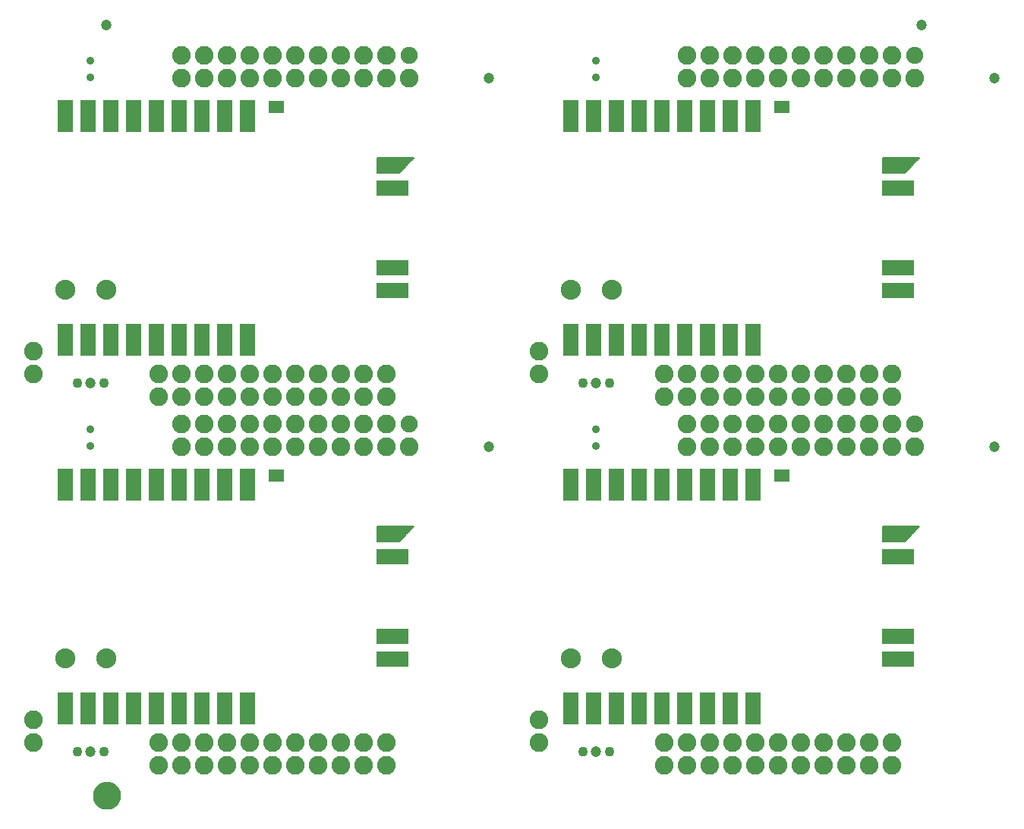
<source format=gbs>
G75*
%MOIN*%
%OFA0B0*%
%FSLAX25Y25*%
%IPPOS*%
%LPD*%
%AMOC8*
5,1,8,0,0,1.08239X$1,22.5*
%
%ADD10C,0.07493*%
%ADD11C,0.00600*%
%ADD12C,0.04343*%
%ADD13C,0.08200*%
%ADD14C,0.03556*%
%ADD15C,0.04737*%
%ADD16R,0.06706X0.14186*%
%ADD17R,0.14186X0.06706*%
%ADD18R,0.10840X0.06706*%
%ADD19R,0.03300X0.05800*%
%ADD20C,0.08800*%
%ADD21C,0.05000*%
%ADD22C,0.06706*%
D10*
X0208750Y0183500D03*
X0430750Y0183500D03*
X0430750Y0345500D03*
X0208750Y0345500D03*
D11*
X0210750Y0300500D02*
X0194750Y0300500D01*
X0194750Y0294000D01*
X0204250Y0294000D01*
X0210750Y0300500D01*
X0210474Y0300224D02*
X0194750Y0300224D01*
X0194750Y0299626D02*
X0209876Y0299626D01*
X0209277Y0299027D02*
X0194750Y0299027D01*
X0194750Y0298429D02*
X0208679Y0298429D01*
X0208080Y0297830D02*
X0194750Y0297830D01*
X0194750Y0297232D02*
X0207482Y0297232D01*
X0206883Y0296633D02*
X0194750Y0296633D01*
X0194750Y0296035D02*
X0206285Y0296035D01*
X0205686Y0295436D02*
X0194750Y0295436D01*
X0194750Y0294838D02*
X0205088Y0294838D01*
X0204489Y0294239D02*
X0194750Y0294239D01*
X0416750Y0294239D02*
X0426489Y0294239D01*
X0426250Y0294000D02*
X0416750Y0294000D01*
X0416750Y0300500D01*
X0432750Y0300500D01*
X0426250Y0294000D01*
X0427088Y0294838D02*
X0416750Y0294838D01*
X0416750Y0295436D02*
X0427686Y0295436D01*
X0428285Y0296035D02*
X0416750Y0296035D01*
X0416750Y0296633D02*
X0428883Y0296633D01*
X0429482Y0297232D02*
X0416750Y0297232D01*
X0416750Y0297830D02*
X0430080Y0297830D01*
X0430679Y0298429D02*
X0416750Y0298429D01*
X0416750Y0299027D02*
X0431277Y0299027D01*
X0431876Y0299626D02*
X0416750Y0299626D01*
X0416750Y0300224D02*
X0432474Y0300224D01*
X0432750Y0138500D02*
X0416750Y0138500D01*
X0416750Y0132000D01*
X0426250Y0132000D01*
X0432750Y0138500D01*
X0432278Y0138028D02*
X0416750Y0138028D01*
X0416750Y0137429D02*
X0431679Y0137429D01*
X0431081Y0136831D02*
X0416750Y0136831D01*
X0416750Y0136232D02*
X0430482Y0136232D01*
X0429884Y0135634D02*
X0416750Y0135634D01*
X0416750Y0135035D02*
X0429285Y0135035D01*
X0428687Y0134437D02*
X0416750Y0134437D01*
X0416750Y0133838D02*
X0428088Y0133838D01*
X0427489Y0133239D02*
X0416750Y0133239D01*
X0416750Y0132641D02*
X0426891Y0132641D01*
X0426292Y0132042D02*
X0416750Y0132042D01*
X0210750Y0138500D02*
X0204250Y0132000D01*
X0194750Y0132000D01*
X0194750Y0138500D01*
X0210750Y0138500D01*
X0210278Y0138028D02*
X0194750Y0138028D01*
X0194750Y0137429D02*
X0209679Y0137429D01*
X0209081Y0136831D02*
X0194750Y0136831D01*
X0194750Y0136232D02*
X0208482Y0136232D01*
X0207884Y0135634D02*
X0194750Y0135634D01*
X0194750Y0135035D02*
X0207285Y0135035D01*
X0206687Y0134437D02*
X0194750Y0134437D01*
X0194750Y0133838D02*
X0206088Y0133838D01*
X0205489Y0133239D02*
X0194750Y0133239D01*
X0194750Y0132641D02*
X0204891Y0132641D01*
X0204292Y0132042D02*
X0194750Y0132042D01*
D12*
X0062844Y0039600D03*
X0074656Y0039600D03*
X0284844Y0039600D03*
X0296656Y0039600D03*
X0296656Y0201600D03*
X0284844Y0201600D03*
X0074656Y0201600D03*
X0062844Y0201600D03*
D13*
X0043750Y0205500D03*
X0043750Y0215500D03*
X0098750Y0205500D03*
X0108750Y0205500D03*
X0118750Y0205500D03*
X0128750Y0205500D03*
X0138750Y0205500D03*
X0148750Y0205500D03*
X0158750Y0205500D03*
X0168750Y0205500D03*
X0178750Y0205500D03*
X0188750Y0205500D03*
X0198750Y0205500D03*
X0198750Y0195500D03*
X0188750Y0195500D03*
X0178750Y0195500D03*
X0168750Y0195500D03*
X0158750Y0195500D03*
X0148750Y0195500D03*
X0138750Y0195500D03*
X0128750Y0195500D03*
X0118750Y0195500D03*
X0108750Y0195500D03*
X0098750Y0195500D03*
X0108750Y0183500D03*
X0118750Y0183500D03*
X0128750Y0183500D03*
X0138750Y0183500D03*
X0148750Y0183500D03*
X0158750Y0183500D03*
X0168750Y0183500D03*
X0178750Y0183500D03*
X0188750Y0183500D03*
X0198750Y0183500D03*
X0198750Y0173500D03*
X0208750Y0173500D03*
X0188750Y0173500D03*
X0178750Y0173500D03*
X0168750Y0173500D03*
X0158750Y0173500D03*
X0148750Y0173500D03*
X0138750Y0173500D03*
X0128750Y0173500D03*
X0118750Y0173500D03*
X0108750Y0173500D03*
X0265750Y0205500D03*
X0265750Y0215500D03*
X0320750Y0205500D03*
X0330750Y0205500D03*
X0340750Y0205500D03*
X0350750Y0205500D03*
X0360750Y0205500D03*
X0370750Y0205500D03*
X0380750Y0205500D03*
X0390750Y0205500D03*
X0400750Y0205500D03*
X0410750Y0205500D03*
X0420750Y0205500D03*
X0420750Y0195500D03*
X0410750Y0195500D03*
X0400750Y0195500D03*
X0390750Y0195500D03*
X0380750Y0195500D03*
X0370750Y0195500D03*
X0360750Y0195500D03*
X0350750Y0195500D03*
X0340750Y0195500D03*
X0330750Y0195500D03*
X0320750Y0195500D03*
X0330750Y0183500D03*
X0340750Y0183500D03*
X0350750Y0183500D03*
X0360750Y0183500D03*
X0370750Y0183500D03*
X0380750Y0183500D03*
X0390750Y0183500D03*
X0400750Y0183500D03*
X0410750Y0183500D03*
X0420750Y0183500D03*
X0420750Y0173500D03*
X0430750Y0173500D03*
X0410750Y0173500D03*
X0400750Y0173500D03*
X0390750Y0173500D03*
X0380750Y0173500D03*
X0370750Y0173500D03*
X0360750Y0173500D03*
X0350750Y0173500D03*
X0340750Y0173500D03*
X0330750Y0173500D03*
X0265750Y0053500D03*
X0265750Y0043500D03*
X0320750Y0043500D03*
X0330750Y0043500D03*
X0340750Y0043500D03*
X0350750Y0043500D03*
X0360750Y0043500D03*
X0370750Y0043500D03*
X0380750Y0043500D03*
X0390750Y0043500D03*
X0400750Y0043500D03*
X0410750Y0043500D03*
X0420750Y0043500D03*
X0420750Y0033500D03*
X0410750Y0033500D03*
X0400750Y0033500D03*
X0390750Y0033500D03*
X0380750Y0033500D03*
X0370750Y0033500D03*
X0360750Y0033500D03*
X0350750Y0033500D03*
X0340750Y0033500D03*
X0330750Y0033500D03*
X0320750Y0033500D03*
X0198750Y0033500D03*
X0188750Y0033500D03*
X0178750Y0033500D03*
X0168750Y0033500D03*
X0158750Y0033500D03*
X0148750Y0033500D03*
X0138750Y0033500D03*
X0128750Y0033500D03*
X0118750Y0033500D03*
X0108750Y0033500D03*
X0098750Y0033500D03*
X0098750Y0043500D03*
X0108750Y0043500D03*
X0118750Y0043500D03*
X0128750Y0043500D03*
X0138750Y0043500D03*
X0148750Y0043500D03*
X0158750Y0043500D03*
X0168750Y0043500D03*
X0178750Y0043500D03*
X0188750Y0043500D03*
X0198750Y0043500D03*
X0043750Y0043500D03*
X0043750Y0053500D03*
X0108750Y0335500D03*
X0118750Y0335500D03*
X0128750Y0335500D03*
X0138750Y0335500D03*
X0148750Y0335500D03*
X0158750Y0335500D03*
X0168750Y0335500D03*
X0178750Y0335500D03*
X0188750Y0335500D03*
X0198750Y0335500D03*
X0208750Y0335500D03*
X0198750Y0345500D03*
X0188750Y0345500D03*
X0178750Y0345500D03*
X0168750Y0345500D03*
X0158750Y0345500D03*
X0148750Y0345500D03*
X0138750Y0345500D03*
X0128750Y0345500D03*
X0118750Y0345500D03*
X0108750Y0345500D03*
X0330750Y0345500D03*
X0340750Y0345500D03*
X0350750Y0345500D03*
X0360750Y0345500D03*
X0370750Y0345500D03*
X0380750Y0345500D03*
X0390750Y0345500D03*
X0400750Y0345500D03*
X0410750Y0345500D03*
X0420750Y0345500D03*
X0420750Y0335500D03*
X0430750Y0335500D03*
X0410750Y0335500D03*
X0400750Y0335500D03*
X0390750Y0335500D03*
X0380750Y0335500D03*
X0370750Y0335500D03*
X0360750Y0335500D03*
X0350750Y0335500D03*
X0340750Y0335500D03*
X0330750Y0335500D03*
D14*
X0290750Y0335957D03*
X0290750Y0343043D03*
X0068750Y0343043D03*
X0068750Y0335957D03*
X0068750Y0181043D03*
X0068750Y0173957D03*
X0290750Y0173957D03*
X0290750Y0181043D03*
D15*
X0290750Y0201500D03*
X0243750Y0173500D03*
X0068750Y0201500D03*
X0243750Y0335500D03*
X0075750Y0358750D03*
X0433750Y0358750D03*
X0465750Y0335500D03*
X0465750Y0173500D03*
X0290750Y0039500D03*
X0068750Y0039500D03*
D16*
X0067530Y0058500D03*
X0077530Y0058500D03*
X0087530Y0058500D03*
X0097530Y0058500D03*
X0107530Y0058500D03*
X0117530Y0058500D03*
X0127530Y0058500D03*
X0137530Y0058500D03*
X0057530Y0058500D03*
X0057530Y0156925D03*
X0067530Y0156925D03*
X0077530Y0156925D03*
X0087530Y0156925D03*
X0097530Y0156846D03*
X0107530Y0156925D03*
X0117530Y0156925D03*
X0127530Y0156925D03*
X0137530Y0156925D03*
X0137530Y0220500D03*
X0127530Y0220500D03*
X0117530Y0220500D03*
X0107530Y0220500D03*
X0097530Y0220500D03*
X0087530Y0220500D03*
X0077530Y0220500D03*
X0067530Y0220500D03*
X0057530Y0220500D03*
X0057530Y0318925D03*
X0067530Y0318925D03*
X0077530Y0318925D03*
X0087530Y0318925D03*
X0097530Y0318846D03*
X0107530Y0318925D03*
X0117530Y0318925D03*
X0127530Y0318925D03*
X0137530Y0318925D03*
X0279530Y0318925D03*
X0289530Y0318925D03*
X0299530Y0318925D03*
X0309530Y0318925D03*
X0319530Y0318846D03*
X0329530Y0318925D03*
X0339530Y0318925D03*
X0349530Y0318925D03*
X0359530Y0318925D03*
X0359530Y0220500D03*
X0349530Y0220500D03*
X0339530Y0220500D03*
X0329530Y0220500D03*
X0319530Y0220500D03*
X0309530Y0220500D03*
X0299530Y0220500D03*
X0289530Y0220500D03*
X0279530Y0220500D03*
X0279530Y0156925D03*
X0289530Y0156925D03*
X0299530Y0156925D03*
X0309530Y0156925D03*
X0319530Y0156846D03*
X0329530Y0156925D03*
X0339530Y0156925D03*
X0349530Y0156925D03*
X0359530Y0156925D03*
X0359530Y0058500D03*
X0349530Y0058500D03*
X0339530Y0058500D03*
X0329530Y0058500D03*
X0319530Y0058500D03*
X0309530Y0058500D03*
X0299530Y0058500D03*
X0289530Y0058500D03*
X0279530Y0058500D03*
D17*
X0201230Y0080154D03*
X0201230Y0090154D03*
X0201230Y0125272D03*
X0201230Y0242154D03*
X0201230Y0252154D03*
X0201230Y0287272D03*
X0423230Y0287272D03*
X0423230Y0252154D03*
X0423230Y0242154D03*
X0423230Y0125272D03*
X0423230Y0090154D03*
X0423230Y0080154D03*
D18*
X0421530Y0135272D03*
X0199530Y0135272D03*
X0199530Y0297272D03*
X0421530Y0297272D03*
D19*
X0373850Y0323000D03*
X0370650Y0323000D03*
X0151850Y0323000D03*
X0148650Y0323000D03*
X0148650Y0161000D03*
X0151850Y0161000D03*
X0370650Y0161000D03*
X0373850Y0161000D03*
D20*
X0297750Y0080500D03*
X0279750Y0080500D03*
X0075750Y0080500D03*
X0057750Y0080500D03*
X0057750Y0242500D03*
X0075750Y0242500D03*
X0279750Y0242500D03*
X0297750Y0242500D03*
D21*
X0072185Y0020250D02*
X0072187Y0020369D01*
X0072193Y0020488D01*
X0072203Y0020607D01*
X0072217Y0020725D01*
X0072235Y0020843D01*
X0072256Y0020960D01*
X0072282Y0021076D01*
X0072312Y0021192D01*
X0072345Y0021306D01*
X0072382Y0021419D01*
X0072423Y0021531D01*
X0072468Y0021642D01*
X0072516Y0021751D01*
X0072568Y0021858D01*
X0072624Y0021963D01*
X0072683Y0022067D01*
X0072745Y0022168D01*
X0072811Y0022268D01*
X0072880Y0022365D01*
X0072952Y0022459D01*
X0073028Y0022552D01*
X0073106Y0022641D01*
X0073187Y0022728D01*
X0073272Y0022813D01*
X0073359Y0022894D01*
X0073448Y0022972D01*
X0073541Y0023048D01*
X0073635Y0023120D01*
X0073732Y0023189D01*
X0073832Y0023255D01*
X0073933Y0023317D01*
X0074037Y0023376D01*
X0074142Y0023432D01*
X0074249Y0023484D01*
X0074358Y0023532D01*
X0074469Y0023577D01*
X0074581Y0023618D01*
X0074694Y0023655D01*
X0074808Y0023688D01*
X0074924Y0023718D01*
X0075040Y0023744D01*
X0075157Y0023765D01*
X0075275Y0023783D01*
X0075393Y0023797D01*
X0075512Y0023807D01*
X0075631Y0023813D01*
X0075750Y0023815D01*
X0075869Y0023813D01*
X0075988Y0023807D01*
X0076107Y0023797D01*
X0076225Y0023783D01*
X0076343Y0023765D01*
X0076460Y0023744D01*
X0076576Y0023718D01*
X0076692Y0023688D01*
X0076806Y0023655D01*
X0076919Y0023618D01*
X0077031Y0023577D01*
X0077142Y0023532D01*
X0077251Y0023484D01*
X0077358Y0023432D01*
X0077463Y0023376D01*
X0077567Y0023317D01*
X0077668Y0023255D01*
X0077768Y0023189D01*
X0077865Y0023120D01*
X0077959Y0023048D01*
X0078052Y0022972D01*
X0078141Y0022894D01*
X0078228Y0022813D01*
X0078313Y0022728D01*
X0078394Y0022641D01*
X0078472Y0022552D01*
X0078548Y0022459D01*
X0078620Y0022365D01*
X0078689Y0022268D01*
X0078755Y0022168D01*
X0078817Y0022067D01*
X0078876Y0021963D01*
X0078932Y0021858D01*
X0078984Y0021751D01*
X0079032Y0021642D01*
X0079077Y0021531D01*
X0079118Y0021419D01*
X0079155Y0021306D01*
X0079188Y0021192D01*
X0079218Y0021076D01*
X0079244Y0020960D01*
X0079265Y0020843D01*
X0079283Y0020725D01*
X0079297Y0020607D01*
X0079307Y0020488D01*
X0079313Y0020369D01*
X0079315Y0020250D01*
X0079313Y0020131D01*
X0079307Y0020012D01*
X0079297Y0019893D01*
X0079283Y0019775D01*
X0079265Y0019657D01*
X0079244Y0019540D01*
X0079218Y0019424D01*
X0079188Y0019308D01*
X0079155Y0019194D01*
X0079118Y0019081D01*
X0079077Y0018969D01*
X0079032Y0018858D01*
X0078984Y0018749D01*
X0078932Y0018642D01*
X0078876Y0018537D01*
X0078817Y0018433D01*
X0078755Y0018332D01*
X0078689Y0018232D01*
X0078620Y0018135D01*
X0078548Y0018041D01*
X0078472Y0017948D01*
X0078394Y0017859D01*
X0078313Y0017772D01*
X0078228Y0017687D01*
X0078141Y0017606D01*
X0078052Y0017528D01*
X0077959Y0017452D01*
X0077865Y0017380D01*
X0077768Y0017311D01*
X0077668Y0017245D01*
X0077567Y0017183D01*
X0077463Y0017124D01*
X0077358Y0017068D01*
X0077251Y0017016D01*
X0077142Y0016968D01*
X0077031Y0016923D01*
X0076919Y0016882D01*
X0076806Y0016845D01*
X0076692Y0016812D01*
X0076576Y0016782D01*
X0076460Y0016756D01*
X0076343Y0016735D01*
X0076225Y0016717D01*
X0076107Y0016703D01*
X0075988Y0016693D01*
X0075869Y0016687D01*
X0075750Y0016685D01*
X0075631Y0016687D01*
X0075512Y0016693D01*
X0075393Y0016703D01*
X0075275Y0016717D01*
X0075157Y0016735D01*
X0075040Y0016756D01*
X0074924Y0016782D01*
X0074808Y0016812D01*
X0074694Y0016845D01*
X0074581Y0016882D01*
X0074469Y0016923D01*
X0074358Y0016968D01*
X0074249Y0017016D01*
X0074142Y0017068D01*
X0074037Y0017124D01*
X0073933Y0017183D01*
X0073832Y0017245D01*
X0073732Y0017311D01*
X0073635Y0017380D01*
X0073541Y0017452D01*
X0073448Y0017528D01*
X0073359Y0017606D01*
X0073272Y0017687D01*
X0073187Y0017772D01*
X0073106Y0017859D01*
X0073028Y0017948D01*
X0072952Y0018041D01*
X0072880Y0018135D01*
X0072811Y0018232D01*
X0072745Y0018332D01*
X0072683Y0018433D01*
X0072624Y0018537D01*
X0072568Y0018642D01*
X0072516Y0018749D01*
X0072468Y0018858D01*
X0072423Y0018969D01*
X0072382Y0019081D01*
X0072345Y0019194D01*
X0072312Y0019308D01*
X0072282Y0019424D01*
X0072256Y0019540D01*
X0072235Y0019657D01*
X0072217Y0019775D01*
X0072203Y0019893D01*
X0072193Y0020012D01*
X0072187Y0020131D01*
X0072185Y0020250D01*
D22*
X0075750Y0020250D03*
M02*

</source>
